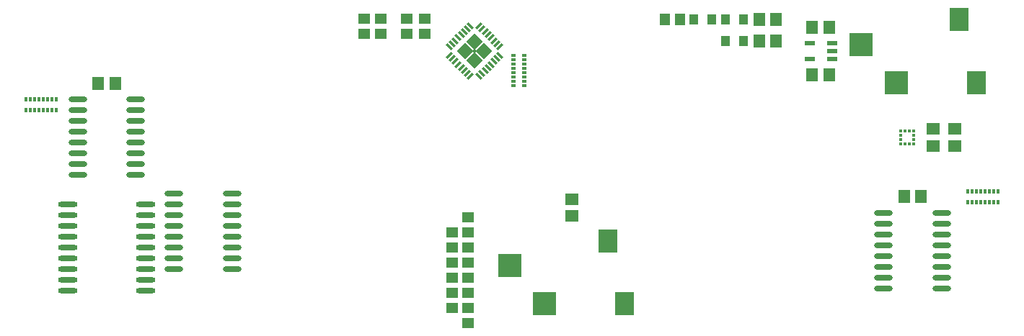
<source format=gbp>
G04*
G04 #@! TF.GenerationSoftware,Altium Limited,Altium Designer,18.1.9 (240)*
G04*
G04 Layer_Color=128*
%FSLAX25Y25*%
%MOIN*%
G70*
G01*
G75*
%ADD19R,0.05512X0.05906*%
%ADD20R,0.05906X0.05512*%
%ADD52R,0.04724X0.02362*%
%ADD53O,0.08661X0.02362*%
%ADD54O,0.09055X0.02362*%
%ADD55R,0.01200X0.02000*%
%ADD56R,0.02000X0.01200*%
%ADD57R,0.04331X0.04724*%
%ADD58R,0.05512X0.04724*%
%ADD59R,0.04724X0.05512*%
%ADD60R,0.08800X0.11000*%
%ADD61R,0.08700X0.11000*%
%ADD62R,0.11000X0.11000*%
%ADD63R,0.01181X0.01181*%
%ADD64C,0.02000*%
G04:AMPARAMS|DCode=65|XSize=11.02mil|YSize=33.47mil|CornerRadius=0mil|HoleSize=0mil|Usage=FLASHONLY|Rotation=225.000|XOffset=0mil|YOffset=0mil|HoleType=Round|Shape=Rectangle|*
%AMROTATEDRECTD65*
4,1,4,-0.00793,0.01573,0.01573,-0.00793,0.00793,-0.01573,-0.01573,0.00793,-0.00793,0.01573,0.0*
%
%ADD65ROTATEDRECTD65*%

G04:AMPARAMS|DCode=66|XSize=11.02mil|YSize=33.47mil|CornerRadius=0mil|HoleSize=0mil|Usage=FLASHONLY|Rotation=135.000|XOffset=0mil|YOffset=0mil|HoleType=Round|Shape=Rectangle|*
%AMROTATEDRECTD66*
4,1,4,0.01573,0.00793,-0.00793,-0.01573,-0.01573,-0.00793,0.00793,0.01573,0.01573,0.00793,0.0*
%
%ADD66ROTATEDRECTD66*%

%ADD89P,0.07795X4X270.0*%
D19*
X511563Y284500D02*
D03*
X519437D02*
D03*
Y274500D02*
D03*
X511563D02*
D03*
X586437Y202500D02*
D03*
X578563D02*
D03*
X536063Y259000D02*
D03*
X543937D02*
D03*
X536063Y281000D02*
D03*
X543937D02*
D03*
X206063Y255000D02*
D03*
X213937D02*
D03*
D20*
X425000Y201437D02*
D03*
Y193563D02*
D03*
X602000Y233937D02*
D03*
Y226063D02*
D03*
X592000Y233937D02*
D03*
Y226063D02*
D03*
D52*
X534842Y266260D02*
D03*
Y273740D02*
D03*
X545157Y266260D02*
D03*
Y270000D02*
D03*
Y273740D02*
D03*
D53*
X569114Y160000D02*
D03*
Y165000D02*
D03*
Y170000D02*
D03*
Y175000D02*
D03*
Y180000D02*
D03*
Y185000D02*
D03*
Y190000D02*
D03*
Y195000D02*
D03*
X595886Y160000D02*
D03*
Y165000D02*
D03*
Y170000D02*
D03*
Y175000D02*
D03*
Y180000D02*
D03*
Y185000D02*
D03*
Y190000D02*
D03*
Y195000D02*
D03*
X241114Y169000D02*
D03*
Y174000D02*
D03*
Y179000D02*
D03*
Y184000D02*
D03*
Y189000D02*
D03*
Y194000D02*
D03*
Y199000D02*
D03*
Y204000D02*
D03*
X267886Y169000D02*
D03*
Y174000D02*
D03*
Y179000D02*
D03*
Y184000D02*
D03*
Y189000D02*
D03*
Y194000D02*
D03*
Y199000D02*
D03*
Y204000D02*
D03*
X223386Y247500D02*
D03*
Y242500D02*
D03*
Y237500D02*
D03*
Y232500D02*
D03*
Y227500D02*
D03*
Y222500D02*
D03*
Y217500D02*
D03*
Y212500D02*
D03*
X196614Y247500D02*
D03*
Y242500D02*
D03*
Y237500D02*
D03*
Y232500D02*
D03*
Y227500D02*
D03*
Y222500D02*
D03*
Y217500D02*
D03*
Y212500D02*
D03*
D54*
X227913Y199000D02*
D03*
Y194000D02*
D03*
Y189000D02*
D03*
Y184000D02*
D03*
Y179000D02*
D03*
Y174000D02*
D03*
Y169000D02*
D03*
Y164000D02*
D03*
Y159000D02*
D03*
X192087Y199000D02*
D03*
Y194000D02*
D03*
Y189000D02*
D03*
Y184000D02*
D03*
Y179000D02*
D03*
Y174000D02*
D03*
Y169000D02*
D03*
Y164000D02*
D03*
Y159000D02*
D03*
D55*
X172500Y242500D02*
D03*
X174500D02*
D03*
X176500D02*
D03*
X178500D02*
D03*
X180500D02*
D03*
X182500D02*
D03*
X184500D02*
D03*
X186500D02*
D03*
X172500Y247500D02*
D03*
X174500D02*
D03*
X176500D02*
D03*
X178500D02*
D03*
X180500D02*
D03*
X182500D02*
D03*
X184500D02*
D03*
X186500D02*
D03*
X608000Y200000D02*
D03*
X610000D02*
D03*
X612000D02*
D03*
X614000D02*
D03*
X616000D02*
D03*
X618000D02*
D03*
X620000D02*
D03*
X622000D02*
D03*
X608000Y205000D02*
D03*
X610000D02*
D03*
X612000D02*
D03*
X614000D02*
D03*
X616000D02*
D03*
X618000D02*
D03*
X620000D02*
D03*
X622000D02*
D03*
D56*
X403000Y254000D02*
D03*
Y256000D02*
D03*
Y258000D02*
D03*
Y260000D02*
D03*
Y262000D02*
D03*
Y264000D02*
D03*
Y266000D02*
D03*
Y268000D02*
D03*
X398000Y254000D02*
D03*
Y256000D02*
D03*
Y258000D02*
D03*
Y260000D02*
D03*
Y262000D02*
D03*
Y264000D02*
D03*
Y266000D02*
D03*
Y268000D02*
D03*
D57*
X504134Y274500D02*
D03*
X495866D02*
D03*
X504134Y284500D02*
D03*
X495866D02*
D03*
X481366D02*
D03*
X489634D02*
D03*
D58*
X357100Y277957D02*
D03*
Y285043D02*
D03*
X348500Y277957D02*
D03*
Y285043D02*
D03*
X336500Y277957D02*
D03*
Y285043D02*
D03*
X329000Y285043D02*
D03*
Y277957D02*
D03*
X377000Y144061D02*
D03*
Y151147D02*
D03*
X369500Y151060D02*
D03*
Y158147D02*
D03*
X377000Y158061D02*
D03*
Y165147D02*
D03*
X369500Y165060D02*
D03*
Y172147D02*
D03*
X377000Y172061D02*
D03*
Y179147D02*
D03*
X369500Y186147D02*
D03*
Y179060D02*
D03*
X377000Y186061D02*
D03*
Y193147D02*
D03*
D59*
X475043Y284500D02*
D03*
X467957D02*
D03*
D60*
X611900Y255400D02*
D03*
X449400Y152900D02*
D03*
D61*
X604000Y284600D02*
D03*
X441500Y182100D02*
D03*
D62*
X574900Y255400D02*
D03*
X558700Y273000D02*
D03*
X396200Y170500D02*
D03*
X412400Y152900D02*
D03*
D63*
X582953Y232953D02*
D03*
X580984D02*
D03*
X579016D02*
D03*
X577047D02*
D03*
X582953Y230984D02*
D03*
X577047D02*
D03*
X582953Y229016D02*
D03*
X577047D02*
D03*
X582953Y227047D02*
D03*
X580984D02*
D03*
X579016D02*
D03*
X577047D02*
D03*
D64*
X380000Y270000D02*
D03*
D65*
X377982Y281762D02*
D03*
X376590Y280370D02*
D03*
X375198Y278978D02*
D03*
X373806Y277586D02*
D03*
X372414Y276194D02*
D03*
X371022Y274802D02*
D03*
X369630Y273410D02*
D03*
X368238Y272018D02*
D03*
X382018Y258238D02*
D03*
X383410Y259630D02*
D03*
X384802Y261022D02*
D03*
X386194Y262414D02*
D03*
X387586Y263806D02*
D03*
X388978Y265198D02*
D03*
X390370Y266590D02*
D03*
X391762Y267982D02*
D03*
D66*
X368238D02*
D03*
X369630Y266590D02*
D03*
X371022Y265198D02*
D03*
X372414Y263806D02*
D03*
X373806Y262414D02*
D03*
X375198Y261022D02*
D03*
X376590Y259630D02*
D03*
X377982Y258238D02*
D03*
X391762Y272018D02*
D03*
X390370Y273410D02*
D03*
X388978Y274802D02*
D03*
X387586Y276194D02*
D03*
X386194Y277586D02*
D03*
X384802Y278978D02*
D03*
X383410Y280370D02*
D03*
X382018Y281762D02*
D03*
D89*
X380000Y274454D02*
D03*
X384454Y270000D02*
D03*
X380000Y265546D02*
D03*
X375546Y270000D02*
D03*
M02*

</source>
